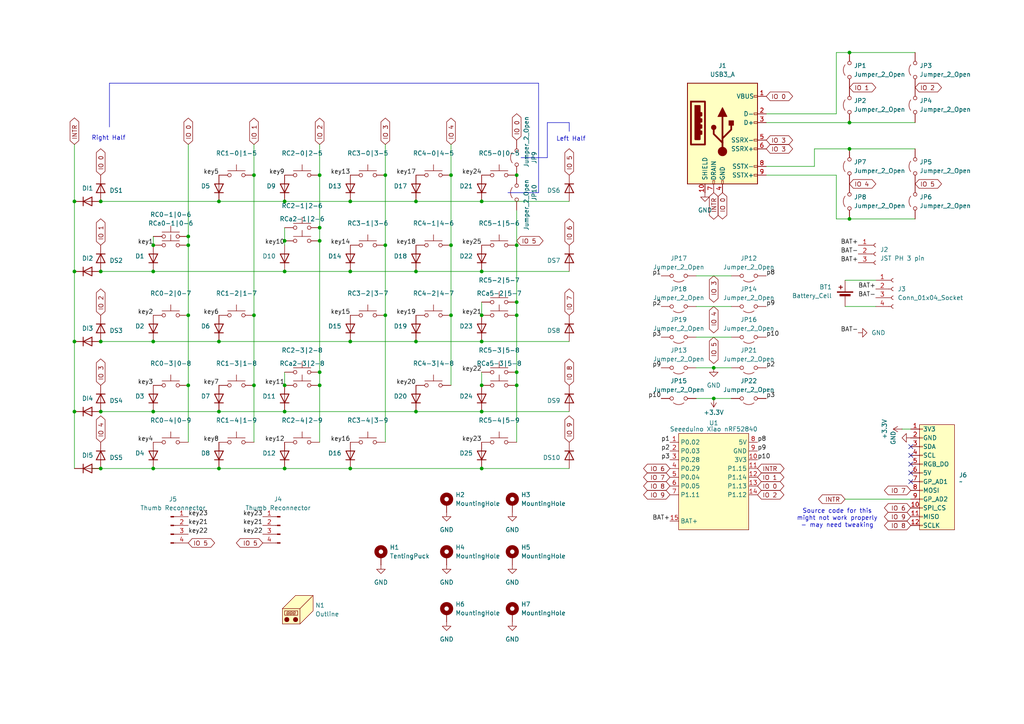
<source format=kicad_sch>
(kicad_sch (version 20250114) (generator "eeschema") (generator_version "9.0")
  (paper "A4")
  (text "Source code for this\nmight not work properly\n- may need tweaking" (at 242.824 150.368 0) (effects (font (size 1.27 1.27))))
  (text "Right Half" (at 31.496 40.132 0) (effects (font (size 1.27 1.27))))
  (text "Left Half" (at 165.608 40.386 0) (effects (font (size 1.27 1.27))))
  (junction (at 246.38 35.56))
  (junction (at 111.76 50.8))
  (junction (at 29.21 119.38))
  (junction (at 130.81 50.8))
  (junction (at 92.71 69.85))
  (junction (at 21.59 119.38))
  (junction (at 149.86 111.76))
  (junction (at 21.59 99.06))
  (junction (at 44.45 71.12))
  (junction (at 120.65 58.42))
  (junction (at 149.86 87.63))
  (junction (at 63.5 119.38))
  (junction (at 139.7 58.42))
  (junction (at 82.55 78.74))
  (junction (at 63.5 99.06))
  (junction (at 101.6 135.89))
  (junction (at 139.7 111.76))
  (junction (at 111.76 71.12))
  (junction (at 149.86 91.44))
  (junction (at 101.6 58.42))
  (junction (at 139.7 119.38))
  (junction (at 139.7 91.44))
  (junction (at 82.55 111.76))
  (junction (at 149.86 50.8))
  (junction (at 44.45 119.38))
  (junction (at 149.86 107.95))
  (junction (at 246.38 15.24))
  (junction (at 21.59 78.74))
  (junction (at 73.66 111.76))
  (junction (at 54.61 111.76))
  (junction (at 130.81 91.44))
  (junction (at 139.7 135.89))
  (junction (at 82.55 135.89))
  (junction (at 207.01 106.68))
  (junction (at 29.21 78.74))
  (junction (at 92.71 111.76))
  (junction (at 29.21 99.06))
  (junction (at 82.55 69.85))
  (junction (at 207.01 115.57))
  (junction (at 149.86 71.12))
  (junction (at 120.65 119.38))
  (junction (at 29.21 135.89))
  (junction (at 111.76 91.44))
  (junction (at 73.66 91.44))
  (junction (at 44.45 99.06))
  (junction (at 92.71 107.95))
  (junction (at 92.71 50.8))
  (junction (at 82.55 119.38))
  (junction (at 63.5 58.42))
  (junction (at 82.55 58.42))
  (junction (at 21.59 58.42))
  (junction (at 54.61 68.58))
  (junction (at 101.6 99.06))
  (junction (at 44.45 135.89))
  (junction (at 44.45 78.74))
  (junction (at 139.7 99.06))
  (junction (at 54.61 91.44))
  (junction (at 246.38 43.18))
  (junction (at 29.21 58.42))
  (junction (at 120.65 78.74))
  (junction (at 92.71 66.04))
  (junction (at 120.65 99.06))
  (junction (at 73.66 50.8))
  (junction (at 139.7 78.74))
  (junction (at 246.38 63.5))
  (junction (at 54.61 71.12))
  (junction (at 130.81 71.12))
  (junction (at 101.6 78.74))
  (junction (at 63.5 135.89))
  (no_connect (at 264.16 139.7))
  (no_connect (at 264.16 137.16))
  (no_connect (at 264.16 129.54))
  (no_connect (at 264.16 132.08))
  (no_connect (at 264.16 134.62))
  (wire (pts (xy 21.59 58.42) (xy 21.59 78.74)))
  (wire (pts (xy 149.86 91.44) (xy 149.86 107.95)))
  (wire (pts (xy 21.59 99.06) (xy 21.59 119.38)))
  (wire (pts (xy 54.61 41.91) (xy 54.61 68.58)))
  (wire (pts (xy 201.93 97.79) (xy 212.09 97.79)))
  (polyline (pts (xy 156.21 55.88) (xy 156.21 24.13)))
  (wire (pts (xy 111.76 71.12) (xy 111.76 91.44)))
  (polyline (pts (xy 31.75 24.13) (xy 31.75 36.83)))
  (wire (pts (xy 201.93 106.68) (xy 207.01 106.68)))
  (wire (pts (xy 130.81 91.44) (xy 130.81 111.76)))
  (wire (pts (xy 44.45 135.89) (xy 63.5 135.89)))
  (wire (pts (xy 139.7 87.63) (xy 139.7 91.44)))
  (wire (pts (xy 245.11 81.28) (xy 254 81.28)))
  (wire (pts (xy 246.38 63.5) (xy 265.43 63.5)))
  (wire (pts (xy 201.93 115.57) (xy 207.01 115.57)))
  (polyline (pts (xy 151.13 45.72) (xy 158.75 45.72)))
  (wire (pts (xy 242.57 15.24) (xy 246.38 15.24)))
  (wire (pts (xy 82.55 78.74) (xy 101.6 78.74)))
  (wire (pts (xy 63.5 99.06) (xy 101.6 99.06)))
  (wire (pts (xy 54.61 91.44) (xy 54.61 111.76)))
  (wire (pts (xy 120.65 99.06) (xy 139.7 99.06)))
  (wire (pts (xy 242.57 50.8) (xy 242.57 63.5)))
  (wire (pts (xy 92.71 111.76) (xy 92.71 128.27)))
  (wire (pts (xy 149.86 87.63) (xy 149.86 91.44)))
  (wire (pts (xy 54.61 68.58) (xy 54.61 71.12)))
  (wire (pts (xy 242.57 50.8) (xy 222.25 50.8)))
  (wire (pts (xy 139.7 99.06) (xy 165.1 99.06)))
  (polyline (pts (xy 158.75 45.72) (xy 158.75 35.56)))
  (wire (pts (xy 92.71 69.85) (xy 92.71 107.95)))
  (wire (pts (xy 245.11 144.78) (xy 264.16 144.78)))
  (wire (pts (xy 111.76 41.91) (xy 111.76 50.8)))
  (wire (pts (xy 101.6 58.42) (xy 120.65 58.42)))
  (wire (pts (xy 222.25 48.26) (xy 236.22 48.26)))
  (wire (pts (xy 92.71 41.91) (xy 92.71 50.8)))
  (wire (pts (xy 246.38 43.18) (xy 265.43 43.18)))
  (wire (pts (xy 29.21 58.42) (xy 63.5 58.42)))
  (wire (pts (xy 201.93 88.9) (xy 212.09 88.9)))
  (wire (pts (xy 111.76 50.8) (xy 111.76 71.12)))
  (wire (pts (xy 101.6 135.89) (xy 139.7 135.89)))
  (wire (pts (xy 261.62 124.46) (xy 264.16 124.46)))
  (wire (pts (xy 21.59 41.91) (xy 21.59 58.42)))
  (wire (pts (xy 82.55 66.04) (xy 82.55 69.85)))
  (wire (pts (xy 101.6 78.74) (xy 120.65 78.74)))
  (wire (pts (xy 54.61 111.76) (xy 54.61 128.27)))
  (wire (pts (xy 44.45 119.38) (xy 63.5 119.38)))
  (wire (pts (xy 246.38 15.24) (xy 265.43 15.24)))
  (wire (pts (xy 222.25 35.56) (xy 246.38 35.56)))
  (polyline (pts (xy 156.21 24.13) (xy 31.75 24.13)))
  (wire (pts (xy 120.65 78.74) (xy 139.7 78.74)))
  (wire (pts (xy 130.81 50.8) (xy 130.81 71.12)))
  (wire (pts (xy 149.86 71.12) (xy 149.86 87.63)))
  (wire (pts (xy 73.66 50.8) (xy 73.66 91.44)))
  (wire (pts (xy 73.66 41.91) (xy 73.66 50.8)))
  (wire (pts (xy 29.21 135.89) (xy 44.45 135.89)))
  (wire (pts (xy 111.76 91.44) (xy 111.76 128.27)))
  (wire (pts (xy 245.11 88.9) (xy 254 88.9)))
  (wire (pts (xy 44.45 78.74) (xy 82.55 78.74)))
  (wire (pts (xy 29.21 119.38) (xy 44.45 119.38)))
  (wire (pts (xy 236.22 43.18) (xy 246.38 43.18)))
  (wire (pts (xy 130.81 41.91) (xy 130.81 50.8)))
  (wire (pts (xy 139.7 135.89) (xy 165.1 135.89)))
  (wire (pts (xy 207.01 106.68) (xy 212.09 106.68)))
  (wire (pts (xy 82.55 107.95) (xy 82.55 111.76)))
  (wire (pts (xy 73.66 111.76) (xy 73.66 128.27)))
  (wire (pts (xy 165.1 119.38) (xy 139.7 119.38)))
  (wire (pts (xy 63.5 58.42) (xy 82.55 58.42)))
  (wire (pts (xy 242.57 33.02) (xy 242.57 15.24)))
  (wire (pts (xy 82.55 58.42) (xy 101.6 58.42)))
  (wire (pts (xy 92.71 107.95) (xy 92.71 111.76)))
  (wire (pts (xy 130.81 71.12) (xy 130.81 91.44)))
  (wire (pts (xy 29.21 99.06) (xy 44.45 99.06)))
  (wire (pts (xy 82.55 119.38) (xy 120.65 119.38)))
  (wire (pts (xy 242.57 63.5) (xy 246.38 63.5)))
  (wire (pts (xy 149.86 60.96) (xy 149.86 71.12)))
  (wire (pts (xy 63.5 119.38) (xy 82.55 119.38)))
  (wire (pts (xy 29.21 135.89) (xy 26.67 135.89)))
  (wire (pts (xy 149.86 107.95) (xy 149.86 111.76)))
  (wire (pts (xy 101.6 99.06) (xy 120.65 99.06)))
  (wire (pts (xy 242.57 33.02) (xy 222.25 33.02)))
  (polyline (pts (xy 147.32 55.88) (xy 156.21 55.88)))
  (wire (pts (xy 139.7 78.74) (xy 165.1 78.74)))
  (wire (pts (xy 120.65 119.38) (xy 139.7 119.38)))
  (wire (pts (xy 29.21 78.74) (xy 44.45 78.74)))
  (wire (pts (xy 44.45 68.58) (xy 44.45 71.12)))
  (wire (pts (xy 139.7 58.42) (xy 165.1 58.42)))
  (wire (pts (xy 82.55 135.89) (xy 101.6 135.89)))
  (wire (pts (xy 139.7 107.95) (xy 139.7 111.76)))
  (wire (pts (xy 201.93 80.01) (xy 212.09 80.01)))
  (wire (pts (xy 92.71 66.04) (xy 92.71 69.85)))
  (polyline (pts (xy 165.1 35.56) (xy 165.1 38.1)))
  (wire (pts (xy 44.45 99.06) (xy 63.5 99.06)))
  (wire (pts (xy 82.55 69.85) (xy 82.55 71.12)))
  (wire (pts (xy 92.71 50.8) (xy 92.71 66.04)))
  (wire (pts (xy 21.59 119.38) (xy 21.59 135.89)))
  (wire (pts (xy 73.66 91.44) (xy 73.66 111.76)))
  (wire (pts (xy 207.01 115.57) (xy 212.09 115.57)))
  (wire (pts (xy 246.38 35.56) (xy 265.43 35.56)))
  (wire (pts (xy 54.61 71.12) (xy 54.61 91.44)))
  (wire (pts (xy 236.22 48.26) (xy 236.22 43.18)))
  (polyline (pts (xy 158.75 35.56) (xy 165.1 35.56)))
  (wire (pts (xy 120.65 58.42) (xy 139.7 58.42)))
  (wire (pts (xy 63.5 135.89) (xy 82.55 135.89)))
  (wire (pts (xy 21.59 78.74) (xy 21.59 99.06)))
  (wire (pts (xy 149.86 111.76) (xy 149.86 128.27)))
  (label "key22" (at 139.7 107.95 180))
  (label "key23" (at 139.7 128.27 180))
  (label "p9" (at 222.25 88.9 0))
  (label "BAT+" (at 254 83.82 180))
  (label "p2" (at 194.31 130.81 180))
  (label "key21" (at 139.7 91.44 180))
  (label "key8" (at 63.5 128.27 180))
  (label "key20" (at 120.65 111.76 180))
  (label "p3" (at 191.77 97.79 180))
  (label "key19" (at 120.65 91.44 180))
  (label "p9" (at 191.77 106.68 180))
  (label "key23" (at 54.61 149.86 0))
  (label "BAT+" (at 248.92 76.2 180))
  (label "key14" (at 101.6 71.12 180))
  (label "key21" (at 76.2 152.4 180))
  (label "key5" (at 63.5 50.8 180))
  (label "key22" (at 76.2 154.94 180))
  (label "key17" (at 120.65 50.8 180))
  (label "key13" (at 101.6 50.8 180))
  (label "BAT-" (at 248.92 96.52 180))
  (label "key10" (at 82.55 71.12 180))
  (label "key24" (at 139.7 50.8 180))
  (label "p3" (at 194.31 133.35 180))
  (label "p8" (at 222.25 80.01 0))
  (label "key2" (at 44.45 91.44 180))
  (label "key18" (at 120.65 71.12 180))
  (label "p2" (at 191.77 88.9 180))
  (label "key9" (at 82.55 50.8 180))
  (label "p10" (at 191.77 115.57 180))
  (label "p1" (at 191.77 80.01 180))
  (label "key6" (at 63.5 91.44 180))
  (label "key7" (at 63.5 111.76 180))
  (label "key25" (at 139.7 71.12 180))
  (label "p9" (at 219.71 130.81 0))
  (label "p2" (at 222.25 106.68 0))
  (label "key16" (at 101.6 128.27 180))
  (label "key15" (at 101.6 91.44 180))
  (label "key12" (at 82.55 128.27 180))
  (label "key1" (at 44.45 71.12 180))
  (label "key11" (at 82.55 111.76 180))
  (label "p10" (at 219.71 133.35 0))
  (label "BAT-" (at 254 86.36 180))
  (label "key22" (at 54.61 154.94 0))
  (label "p3" (at 222.25 115.57 0))
  (label "key3" (at 44.45 111.76 180))
  (label "p10" (at 222.25 97.79 0))
  (label "p8" (at 219.71 128.27 0))
  (label "BAT+" (at 248.92 71.12 180))
  (label "key21" (at 54.61 152.4 0))
  (label "key23" (at 76.2 149.86 180))
  (label "BAT-" (at 248.92 73.66 180))
  (label "BAT+" (at 194.31 151.13 180))
  (label "p1" (at 194.31 128.27 180))
  (label "key4" (at 44.45 128.27 180))
  (global_label "IO 2" (shape bidirectional) (at 265.43 25.4 0) (property "Intersheetrefs" "${INTERSHEET_REFS}" (effects (hide yes))))
  (global_label "IO 0" (shape bidirectional) (at 29.21 50.8 90) (property "Intersheetrefs" "${INTERSHEET_REFS}" (effects (hide yes))))
  (global_label "IO 6" (shape bidirectional) (at 194.31 135.89 180) (property "Intersheetrefs" "${INTERSHEET_REFS}" (effects (hide yes))))
  (global_label "IO 3" (shape bidirectional) (at 207.01 80.01 270) (property "Intersheetrefs" "${INTERSHEET_REFS}" (effects (hide yes))))
  (global_label "IO 4" (shape bidirectional) (at 130.81 41.91 90) (property "Intersheetrefs" "${INTERSHEET_REFS}" (effects (hide yes))))
  (global_label "IO 5" (shape bidirectional) (at 207.01 97.79 270) (property "Intersheetrefs" "${INTERSHEET_REFS}" (effects (hide yes))))
  (global_label "IO 8" (shape bidirectional) (at 165.1 111.76 90) (property "Intersheetrefs" "${INTERSHEET_REFS}" (effects (hide yes))))
  (global_label "IO 0" (shape bidirectional) (at 54.61 41.91 90) (property "Intersheetrefs" "${INTERSHEET_REFS}" (effects (hide yes))))
  (global_label "IO 2" (shape bidirectional) (at 92.71 41.91 90) (property "Intersheetrefs" "${INTERSHEET_REFS}" (effects (hide yes))))
  (global_label "IO 9" (shape bidirectional) (at 194.31 143.51 180) (property "Intersheetrefs" "${INTERSHEET_REFS}" (effects (hide yes))))
  (global_label "IO 1" (shape bidirectional) (at 246.38 25.4 0) (property "Intersheetrefs" "${INTERSHEET_REFS}" (effects (hide yes))))
  (global_label "INTR" (shape bidirectional) (at 207.01 55.88 270) (property "Intersheetrefs" "${INTERSHEET_REFS}" (effects (hide yes))))
  (global_label "IO 8" (shape bidirectional) (at 264.16 152.4 180) (property "Intersheetrefs" "${INTERSHEET_REFS}" (effects (hide yes))))
  (global_label "IO 9" (shape bidirectional) (at 165.1 128.27 90) (property "Intersheetrefs" "${INTERSHEET_REFS}" (effects (hide yes))))
  (global_label "IO 4" (shape bidirectional) (at 246.38 53.34 0) (property "Intersheetrefs" "${INTERSHEET_REFS}" (effects (hide yes))))
  (global_label "IO 2" (shape bidirectional) (at 29.21 91.44 90) (property "Intersheetrefs" "${INTERSHEET_REFS}" (effects (hide yes))))
  (global_label "IO 4" (shape bidirectional) (at 207.01 88.9 270) (property "Intersheetrefs" "${INTERSHEET_REFS}" (effects (hide yes))))
  (global_label "IO 1" (shape bidirectional) (at 219.71 138.43 0) (property "Intersheetrefs" "${INTERSHEET_REFS}" (effects (hide yes))))
  (global_label "IO 1" (shape bidirectional) (at 73.66 41.91 90) (property "Intersheetrefs" "${INTERSHEET_REFS}" (effects (hide yes))))
  (global_label "IO 1" (shape bidirectional) (at 29.21 71.12 90) (property "Intersheetrefs" "${INTERSHEET_REFS}" (effects (hide yes))))
  (global_label "IO 5" (shape bidirectional) (at 76.2 157.48 180) (property "Intersheetrefs" "${INTERSHEET_REFS}" (effects (hide yes))))
  (global_label "IO 0" (shape bidirectional) (at 219.71 140.97 0) (property "Intersheetrefs" "${INTERSHEET_REFS}" (effects (hide yes))))
  (global_label "IO 6" (shape bidirectional) (at 264.16 147.32 180) (property "Intersheetrefs" "${INTERSHEET_REFS}" (effects (hide yes))))
  (global_label "IO 7" (shape bidirectional) (at 165.1 91.44 90) (property "Intersheetrefs" "${INTERSHEET_REFS}" (effects (hide yes))))
  (global_label "IO 4" (shape bidirectional) (at 29.21 128.27 90) (property "Intersheetrefs" "${INTERSHEET_REFS}" (effects (hide yes))))
  (global_label "IO 5" (shape bidirectional) (at 265.43 53.34 0) (property "Intersheetrefs" "${INTERSHEET_REFS}" (effects (hide yes))))
  (global_label "INTR" (shape bidirectional) (at 245.11 144.78 180) (property "Intersheetrefs" "${INTERSHEET_REFS}" (effects (hide yes))))
  (global_label "INTR" (shape bidirectional) (at 21.59 41.91 90) (property "Intersheetrefs" "${INTERSHEET_REFS}" (effects (hide yes))))
  (global_label "IO 9" (shape bidirectional) (at 264.16 149.86 180) (property "Intersheetrefs" "${INTERSHEET_REFS}" (effects (hide yes))))
  (global_label "IO 3" (shape bidirectional) (at 29.21 111.76 90) (property "Intersheetrefs" "${INTERSHEET_REFS}" (effects (hide yes))))
  (global_label "IO 3" (shape bidirectional) (at 111.76 41.91 90) (property "Intersheetrefs" "${INTERSHEET_REFS}" (effects (hide yes))))
  (global_label "IO 0" (shape bidirectional) (at 149.86 40.64 90) (property "Intersheetrefs" "${INTERSHEET_REFS}" (effects (hide yes))))
  (global_label "IO 0" (shape bidirectional) (at 209.55 55.88 270) (property "Intersheetrefs" "${INTERSHEET_REFS}" (effects (hide yes))))
  (global_label "IO 0" (shape bidirectional) (at 222.25 27.94 0) (property "Intersheetrefs" "${INTERSHEET_REFS}" (effects (hide yes))))
  (global_label "IO 5" (shape bidirectional) (at 149.86 69.85 0) (property "Intersheetrefs" "${INTERSHEET_REFS}" (effects (hide yes))))
  (global_label "IO 3" (shape bidirectional) (at 222.25 40.64 0) (property "Intersheetrefs" "${INTERSHEET_REFS}" (effects (hide yes))))
  (global_label "IO 8" (shape bidirectional) (at 194.31 140.97 180) (property "Intersheetrefs" "${INTERSHEET_REFS}" (effects (hide yes))))
  (global_label "INTR" (shape bidirectional) (at 219.71 135.89 0) (property "Intersheetrefs" "${INTERSHEET_REFS}" (effects (hide yes))))
  (global_label "IO 7" (shape bidirectional) (at 194.31 138.43 180) (property "Intersheetrefs" "${INTERSHEET_REFS}" (effects (hide yes))))
  (global_label "IO 5" (shape bidirectional) (at 165.1 50.8 90) (property "Intersheetrefs" "${INTERSHEET_REFS}" (effects (hide yes))))
  (global_label "IO 6" (shape bidirectional) (at 165.1 71.12 90) (property "Intersheetrefs" "${INTERSHEET_REFS}" (effects (hide yes))))
  (global_label "IO 5" (shape bidirectional) (at 54.61 157.48 0) (property "Intersheetrefs" "${INTERSHEET_REFS}" (effects (hide yes))))
  (global_label "IO 2" (shape bidirectional) (at 219.71 143.51 0) (property "Intersheetrefs" "${INTERSHEET_REFS}" (effects (hide yes))))
  (global_label "IO 7" (shape bidirectional) (at 264.16 142.24 180) (property "Intersheetrefs" "${INTERSHEET_REFS}" (effects (hide yes))))
  (global_label "IO 3" (shape bidirectional) (at 222.25 43.18 0) (property "Intersheetrefs" "${INTERSHEET_REFS}" (effects (hide yes))))
  (symbol (lib_id "Diode:1N4148") (at 120.65 74.93 270) (mirror x) (unit 1)
    (property "Reference" "D18" (at 118.11 74.295 90) (effects (justify right)))
    (property "Value" "1N4148" (effects (hide yes)))
    (property "Footprint" "apiaster:D-SOD123-DO35-7mm-horizontal-combo_rev" (effects (hide yes)))
    (property "Datasheet" "https://assets.nexperia.com/documents/data-sheet/1N4148_1N4448.pdf" (effects (hide yes)))
    (property "Sim.Device" "D" (effects (hide yes)))
    (property "Sim.Pins" "1=K 2=A" (effects (hide yes)))
  )
  (symbol (lib_id "Jumper:Jumper_2_Open") (at 265.43 20.32 90) (unit 1) (exclude_from_sim yes)
    (property "Reference" "JP3" (at 266.7 19.0499 90) (effects (justify right)))
    (property "Value" "Jumper_2_Open" (at 266.7 21.5899 90) (effects (justify right)))
    (property "Footprint" "Jumper:SolderJumper-2_P1.3mm_Open_RoundedPad1.0x1.5mm" (effects (hide yes)))
    (property "Description" "Jumper, 2-pole, open" (effects (hide yes)))
  )
  (symbol (lib_id "Jumper:Jumper_2_Open") (at 149.86 45.72 90) (mirror x) (unit 1) (exclude_from_sim yes)
    (property "Reference" "JP9" (at 154.94 45.72 0))
    (property "Value" "Jumper_2_Open" (at 152.654 41.148 0))
    (property "Footprint" "Jumper:SolderJumper-2_P1.3mm_Open_RoundedPad1.0x1.5mm" (effects (hide yes)))
    (property "Description" "Jumper, 2-pole, open" (effects (hide yes)))
  )
  (symbol (lib_id "Jumper:Jumper_2_Open") (at 217.17 115.57 0) (mirror x) (unit 1) (exclude_from_sim yes)
    (property "Reference" "JP22" (at 217.17 110.49 0))
    (property "Value" "Jumper_2_Open" (at 217.17 113.03 0))
    (property "Footprint" "Jumper:SolderJumper-2_P1.3mm_Open_RoundedPad1.0x1.5mm" (effects (hide yes)))
    (property "Description" "Jumper, 2-pole, open" (effects (hide yes)))
  )
  (symbol (lib_id "apiaster:Seeeduino_Xiao_nRF52840_Minimal") (at 207.01 142.24 0) (unit 1) (in_bom no)
    (property "Reference" "U1" (at 207.01 122.682 0))
    (property "Value" "Seeeduino Xiao nRF52840" (at 207.01 124.46 0))
    (property "Footprint" "apiaster:xiao+zero_combo" (effects (hide yes)))
    (property "Description" "Symbol for a Seeeduino Xiao nRF52840" (effects (hide yes)))
  )
  (symbol (lib_id "Jumper:Jumper_2_Open") (at 246.38 30.48 90) (unit 1) (exclude_from_sim yes)
    (property "Reference" "JP2" (at 247.65 29.2099 90) (effects (justify right)))
    (property "Value" "Jumper_2_Open" (at 247.65 31.7499 90) (effects (justify right)))
    (property "Footprint" "Jumper:SolderJumper-2_P1.3mm_Open_RoundedPad1.0x1.5mm" (effects (hide yes)))
    (property "Description" "Jumper, 2-pole, open" (effects (hide yes)))
  )
  (symbol (lib_id "Diode:1N4148") (at 44.45 115.57 270) (mirror x) (unit 1)
    (property "Reference" "D3" (at 41.91 114.935 90) (effects (justify right)))
    (property "Value" "1N4148" (effects (hide yes)))
    (property "Footprint" "apiaster:D-SOD123-DO35-7mm-horizontal-combo_rev" (effects (hide yes)))
    (property "Datasheet" "https://assets.nexperia.com/documents/data-sheet/1N4148_1N4448.pdf" (effects (hide yes)))
    (property "Sim.Device" "D" (effects (hide yes)))
    (property "Sim.Pins" "1=K 2=A" (effects (hide yes)))
  )
  (symbol (lib_id "power:GND") (at 129.54 163.83 0) (unit 1)
    (property "Reference" "#PWR09" (effects (hide yes)))
    (property "Value" "GND" (at 129.54 168.91 0))
    (property "Description" "Power symbol creates a global label with name \"GND\" , ground" (effects (hide yes)))
  )
  (symbol (lib_id "Diode:1N4148") (at 165.1 95.25 270) (unit 1)
    (property "Reference" "DS8" (at 162.56 95.885 90) (effects (justify right)))
    (property "Value" "1N4148" (effects (hide yes)))
    (property "Footprint" "apiaster:D-SOD123-DO35-7mm-horizontal-combo" (effects (hide yes)))
    (property "Datasheet" "https://assets.nexperia.com/documents/data-sheet/1N4148_1N4448.pdf" (effects (hide yes)))
    (property "Sim.Device" "D" (effects (hide yes)))
    (property "Sim.Pins" "1=K 2=A" (effects (hide yes)))
  )
  (symbol (lib_id "Jumper:Jumper_2_Open") (at 196.85 106.68 0) (mirror x) (unit 1) (exclude_from_sim yes)
    (property "Reference" "JP13" (at 196.85 101.6 0))
    (property "Value" "Jumper_2_Open" (at 196.85 104.14 0))
    (property "Footprint" "Jumper:SolderJumper-2_P1.3mm_Open_RoundedPad1.0x1.5mm" (effects (hide yes)))
    (property "Description" "Jumper, 2-pole, open" (effects (hide yes)))
  )
  (symbol (lib_id "Diode:1N4148") (at 120.65 95.25 270) (mirror x) (unit 1)
    (property "Reference" "D19" (at 118.11 94.615 90) (effects (justify right)))
    (property "Value" "1N4148" (effects (hide yes)))
    (property "Footprint" "apiaster:D-SOD123-DO35-7mm-horizontal-combo_rev" (effects (hide yes)))
    (property "Datasheet" "https://assets.nexperia.com/documents/data-sheet/1N4148_1N4448.pdf" (effects (hide yes)))
    (property "Sim.Device" "D" (effects (hide yes)))
    (property "Sim.Pins" "1=K 2=A" (effects (hide yes)))
  )
  (symbol (lib_id "Diode:1N4148") (at 82.55 132.08 270) (mirror x) (unit 1)
    (property "Reference" "D12" (at 80.01 131.445 90) (effects (justify right)))
    (property "Value" "1N4148" (effects (hide yes)))
    (property "Footprint" "apiaster:D-SOD123-DO35-7mm-horizontal-combo_rev" (effects (hide yes)))
    (property "Datasheet" "https://assets.nexperia.com/documents/data-sheet/1N4148_1N4448.pdf" (effects (hide yes)))
    (property "Sim.Device" "D" (effects (hide yes)))
    (property "Sim.Pins" "1=K 2=A" (effects (hide yes)))
  )
  (symbol (lib_id "Switch:SW_Push") (at 144.78 128.27 0) (mirror y) (unit 1)
    (property "Reference" "RC5-4|5-9" (at 144.78 121.92 0))
    (property "Value" "SW_Push" (effects (hide yes)))
    (property "Footprint" "apiaster:Chocv12_reversible_hotswap" (effects (hide yes)))
  )
  (symbol (lib_id "Diode:1N4148") (at 101.6 95.25 270) (mirror x) (unit 1)
    (property "Reference" "D15" (at 99.06 94.615 90) (effects (justify right)))
    (property "Value" "1N4148" (effects (hide yes)))
    (property "Footprint" "apiaster:D-SOD123-DO35-7mm-horizontal-combo_rev" (effects (hide yes)))
    (property "Datasheet" "https://assets.nexperia.com/documents/data-sheet/1N4148_1N4448.pdf" (effects (hide yes)))
    (property "Sim.Device" "D" (effects (hide yes)))
    (property "Sim.Pins" "1=K 2=A" (effects (hide yes)))
  )
  (symbol (lib_id "Switch:SW_Push") (at 87.63 66.04 0) (mirror y) (unit 1)
    (property "Reference" "RC2-1|2-6" (at 87.63 59.69 0))
    (property "Value" "SW_Push" (effects (hide yes)))
    (property "Footprint" "apiaster:Chocv12_reversible_hotswap_no_middle" (effects (hide yes)))
  )
  (symbol (lib_id "Switch:SW_Push") (at 144.78 87.63 0) (mirror y) (unit 1)
    (property "Reference" "RC5-2|5-7" (at 144.78 81.28 0))
    (property "Value" "SW_Push" (effects (hide yes)))
    (property "Footprint" "apiaster:Chocv12_reversible_hotswap" (effects (hide yes)))
  )
  (symbol (lib_id "Mechanical:MountingHole_Pad") (at 110.49 161.29 0) (unit 1) (exclude_from_sim yes) (in_bom no)
    (property "Reference" "H1" (at 113.03 158.7499 0) (effects (justify left)))
    (property "Value" "TentingPuck" (at 113.03 161.2899 0) (effects (justify left)))
    (property "Footprint" "apiaster:TentingPuck" (effects (hide yes)))
    (property "Description" "Mounting Hole with connection" (effects (hide yes)))
  )
  (symbol (lib_id "Diode:1N4148") (at 25.4 135.89 0) (unit 1)
    (property "Reference" "DI5" (at 25.4 132.08 0))
    (property "Value" "1N4148" (effects (hide yes)))
    (property "Footprint" "apiaster:D-SOD123-DO35-7mm-horizontal-combo_rev" (effects (hide yes)))
    (property "Datasheet" "https://assets.nexperia.com/documents/data-sheet/1N4148_1N4448.pdf" (effects (hide yes)))
    (property "Sim.Device" "D" (effects (hide yes)))
    (property "Sim.Pins" "1=K 2=A" (effects (hide yes)))
  )
  (symbol (lib_id "Diode:1N4148") (at 44.45 74.93 270) (mirror x) (unit 1)
    (property "Reference" "D1" (at 41.91 74.295 90) (effects (justify right)))
    (property "Value" "1N4148" (effects (hide yes)))
    (property "Footprint" "apiaster:D-SOD123-DO35-7mm-horizontal-combo_rev" (effects (hide yes)))
    (property "Datasheet" "https://assets.nexperia.com/documents/data-sheet/1N4148_1N4448.pdf" (effects (hide yes)))
    (property "Sim.Device" "D" (effects (hide yes)))
    (property "Sim.Pins" "1=K 2=A" (effects (hide yes)))
  )
  (symbol (lib_id "Diode:1N4148") (at 63.5 54.61 270) (mirror x) (unit 1)
    (property "Reference" "D5" (at 60.96 53.975 90) (effects (justify right)))
    (property "Value" "1N4148" (effects (hide yes)))
    (property "Footprint" "apiaster:D-SOD123-DO35-7mm-horizontal-combo_rev" (effects (hide yes)))
    (property "Datasheet" "https://assets.nexperia.com/documents/data-sheet/1N4148_1N4448.pdf" (effects (hide yes)))
    (property "Sim.Device" "D" (effects (hide yes)))
    (property "Sim.Pins" "1=K 2=A" (effects (hide yes)))
  )
  (symbol (lib_id "Jumper:Jumper_2_Open") (at 217.17 97.79 0) (mirror x) (unit 1) (exclude_from_sim yes)
    (property "Reference" "JP16" (at 217.17 92.71 0))
    (property "Value" "Jumper_2_Open" (at 217.17 95.25 0))
    (property "Footprint" "Jumper:SolderJumper-2_P1.3mm_Open_RoundedPad1.0x1.5mm" (effects (hide yes)))
    (property "Description" "Jumper, 2-pole, open" (effects (hide yes)))
  )
  (symbol (lib_id "Switch:SW_Push") (at 87.63 107.95 0) (mirror y) (unit 1)
    (property "Reference" "RC2-3|2-8" (at 87.63 101.6 0))
    (property "Value" "SW_Push" (effects (hide yes)))
    (property "Footprint" "apiaster:Chocv12_reversible_hotswap_no_middle" (effects (hide yes)))
  )
  (symbol (lib_id "Diode:1N4148") (at 165.1 132.08 270) (unit 1)
    (property "Reference" "DS10" (at 162.56 132.715 90) (effects (justify right)))
    (property "Value" "1N4148" (effects (hide yes)))
    (property "Footprint" "apiaster:D-SOD123-DO35-7mm-horizontal-combo" (effects (hide yes)))
    (property "Datasheet" "https://assets.nexperia.com/documents/data-sheet/1N4148_1N4448.pdf" (effects (hide yes)))
    (property "Sim.Device" "D" (effects (hide yes)))
    (property "Sim.Pins" "1=K 2=A" (effects (hide yes)))
  )
  (symbol (lib_id "Mechanical:MountingHole_Pad") (at 148.59 161.29 0) (unit 1) (exclude_from_sim yes)
    (property "Reference" "H5" (at 151.13 158.7499 0) (effects (justify left)))
    (property "Value" "MountingHole" (at 151.13 161.2899 0) (effects (justify left)))
    (property "Footprint" "MountingHole:MountingHole_2.2mm_M2_DIN965_Pad" (effects (hide yes)))
    (property "Description" "Mounting Hole with connection" (effects (hide yes)))
  )
  (symbol (lib_id "Switch:SW_Push") (at 144.78 50.8 0) (mirror y) (unit 1)
    (property "Reference" "RC5-0|0-5" (at 144.78 44.45 0))
    (property "Value" "SW_Push" (effects (hide yes)))
    (property "Footprint" "apiaster:Chocv12_reversible_hotswap" (effects (hide yes)))
  )
  (symbol (lib_id "Diode:1N4148") (at 29.21 54.61 90) (mirror x) (unit 1)
    (property "Reference" "DS1" (at 31.75 55.245 90) (effects (justify right)))
    (property "Value" "1N4148" (effects (hide yes)))
    (property "Footprint" "apiaster:D-SOD123-DO35-7mm-horizontal-combo" (effects (hide yes)))
    (property "Datasheet" "https://assets.nexperia.com/documents/data-sheet/1N4148_1N4448.pdf" (effects (hide yes)))
    (property "Sim.Device" "D" (effects (hide yes)))
    (property "Sim.Pins" "1=K 2=A" (effects (hide yes)))
  )
  (symbol (lib_id "power:GND") (at 207.01 106.68 0) (unit 1)
    (property "Reference" "#PWR01" (effects (hide yes)))
    (property "Value" "GND" (at 207.01 111.76 0))
    (property "Description" "Power symbol creates a global label with name \"GND\" , ground" (effects (hide yes)))
  )
  (symbol (lib_id "Switch:SW_Push") (at 125.73 91.44 0) (mirror y) (unit 1)
    (property "Reference" "RC4-2|4-7" (at 125.73 85.09 0))
    (property "Value" "SW_Push" (effects (hide yes)))
    (property "Footprint" "apiaster:Chocv12_reversible_hotswap" (effects (hide yes)))
  )
  (symbol (lib_id "Switch:SW_Push") (at 68.58 50.8 0) (mirror y) (unit 1)
    (property "Reference" "RC1-0|1-5" (at 68.58 44.45 0))
    (property "Value" "SW_Push" (effects (hide yes)))
    (property "Footprint" "apiaster:Chocv12_reversible_hotswap" (effects (hide yes)))
  )
  (symbol (lib_id "Connector:Conn_01x04_Socket") (at 259.08 83.82 0) (unit 1)
    (property "Reference" "J3" (at 260.35 83.8199 0) (effects (justify left)))
    (property "Value" "Conn_01x04_Socket" (at 260.35 86.3599 0) (effects (justify left)))
    (property "Footprint" "apiaster:BMS 1S" (effects (hide yes)))
    (property "Description" "Generic connector, single row, 01x04, script generated" (effects (hide yes)))
  )
  (symbol (lib_id "Jumper:Jumper_2_Open") (at 246.38 20.32 90) (unit 1) (exclude_from_sim yes)
    (property "Reference" "JP1" (at 247.65 19.0499 90) (effects (justify right)))
    (property "Value" "Jumper_2_Open" (at 247.65 21.5899 90) (effects (justify right)))
    (property "Footprint" "Jumper:SolderJumper-2_P1.3mm_Open_RoundedPad1.0x1.5mm" (effects (hide yes)))
    (property "Description" "Jumper, 2-pole, open" (effects (hide yes)))
  )
  (symbol (lib_id "Switch:SW_Push") (at 49.53 91.44 0) (mirror y) (unit 1)
    (property "Reference" "RC0-2|0-7" (at 49.53 85.09 0))
    (property "Value" "SW_Push" (effects (hide yes)))
    (property "Footprint" "apiaster:Chocv12_reversible_hotswap" (effects (hide yes)))
  )
  (symbol (lib_id "Diode:1N4148") (at 29.21 74.93 90) (mirror x) (unit 1)
    (property "Reference" "DS2" (at 31.75 75.565 90) (effects (justify right)))
    (property "Value" "1N4148" (effects (hide yes)))
    (property "Footprint" "apiaster:D-SOD123-DO35-7mm-horizontal-combo" (effects (hide yes)))
    (property "Datasheet" "https://assets.nexperia.com/documents/data-sheet/1N4148_1N4448.pdf" (effects (hide yes)))
    (property "Sim.Device" "D" (effects (hide yes)))
    (property "Sim.Pins" "1=K 2=A" (effects (hide yes)))
  )
  (symbol (lib_id "Diode:1N4148") (at 101.6 132.08 270) (mirror x) (unit 1)
    (property "Reference" "D16" (at 99.06 131.445 90) (effects (justify right)))
    (property "Value" "1N4148" (effects (hide yes)))
    (property "Footprint" "apiaster:D-SOD123-DO35-7mm-horizontal-combo_rev" (effects (hide yes)))
    (property "Datasheet" "https://assets.nexperia.com/documents/data-sheet/1N4148_1N4448.pdf" (effects (hide yes)))
    (property "Sim.Device" "D" (effects (hide yes)))
    (property "Sim.Pins" "1=K 2=A" (effects (hide yes)))
  )
  (symbol (lib_id "Diode:1N4148") (at 63.5 115.57 270) (mirror x) (unit 1)
    (property "Reference" "D7" (at 60.96 114.935 90) (effects (justify right)))
    (property "Value" "1N4148" (effects (hide yes)))
    (property "Footprint" "apiaster:D-SOD123-DO35-7mm-horizontal-combo_rev" (effects (hide yes)))
    (property "Datasheet" "https://assets.nexperia.com/documents/data-sheet/1N4148_1N4448.pdf" (effects (hide yes)))
    (property "Sim.Device" "D" (effects (hide yes)))
    (property "Sim.Pins" "1=K 2=A" (effects (hide yes)))
  )
  (symbol (lib_id "Jumper:Jumper_2_Open") (at 217.17 106.68 0) (mirror x) (unit 1) (exclude_from_sim yes)
    (property "Reference" "JP21" (at 217.17 101.6 0))
    (property "Value" "Jumper_2_Open" (at 217.17 104.14 0))
    (property "Footprint" "Jumper:SolderJumper-2_P1.3mm_Open_RoundedPad1.0x1.5mm" (effects (hide yes)))
    (property "Description" "Jumper, 2-pole, open" (effects (hide yes)))
  )
  (symbol (lib_id "Switch:SW_Push") (at 49.53 111.76 0) (mirror y) (unit 1)
    (property "Reference" "RC0-3|0-8" (at 49.53 105.41 0))
    (property "Value" "SW_Push" (effects (hide yes)))
    (property "Footprint" "apiaster:Chocv12_reversible_hotswap" (effects (hide yes)))
  )
  (symbol (lib_id "Jumper:Jumper_2_Open") (at 149.86 55.88 90) (mirror x) (unit 1) (exclude_from_sim yes)
    (property "Reference" "JP10" (at 154.94 55.88 0))
    (property "Value" "Jumper_2_Open" (at 152.654 59.436 0))
    (property "Footprint" "Jumper:SolderJumper-2_P1.3mm_Open_RoundedPad1.0x1.5mm" (effects (hide yes)))
    (property "Description" "Jumper, 2-pole, open" (effects (hide yes)))
  )
  (symbol (lib_id "Diode:1N4148") (at 29.21 115.57 90) (mirror x) (unit 1)
    (property "Reference" "DS4" (at 31.75 116.205 90) (effects (justify right)))
    (property "Value" "1N4148" (effects (hide yes)))
    (property "Footprint" "apiaster:D-SOD123-DO35-7mm-horizontal-combo" (effects (hide yes)))
    (property "Datasheet" "https://assets.nexperia.com/documents/data-sheet/1N4148_1N4448.pdf" (effects (hide yes)))
    (property "Sim.Device" "D" (effects (hide yes)))
    (property "Sim.Pins" "1=K 2=A" (effects (hide yes)))
  )
  (symbol (lib_id "Connector:Conn_01x04_Pin") (at 49.53 152.4 0) (unit 1)
    (property "Reference" "J5" (at 50.165 144.78 0))
    (property "Value" "Thumb Reconnector" (at 50.165 147.32 0))
    (property "Footprint" "Connector_PinHeader_2.54mm:PinHeader_1x04_P2.54mm_Vertical" (effects (hide yes)))
    (property "Description" "Generic connector, single row, 01x04, script generated" (effects (hide yes)))
  )
  (symbol (lib_id "Switch:SW_Push") (at 68.58 91.44 0) (mirror y) (unit 1)
    (property "Reference" "RC1-2|1-7" (at 68.58 85.09 0))
    (property "Value" "SW_Push" (effects (hide yes)))
    (property "Footprint" "apiaster:Chocv12_reversible_hotswap" (effects (hide yes)))
  )
  (symbol (lib_id "Mechanical:Housing") (at 87.63 176.53 0) (unit 1) (exclude_from_sim yes)
    (property "Reference" "N1" (at 91.44 175.5774 0) (effects (justify left)))
    (property "Value" "Outline" (at 91.44 178.1174 0) (effects (justify left)))
    (property "Footprint" "apiaster:Outline" (effects (hide yes)))
    (property "Description" "Housing" (effects (hide yes)))
  )
  (symbol (lib_id "Diode:1N4148") (at 82.55 74.93 270) (mirror x) (unit 1)
    (property "Reference" "D10" (at 80.01 74.295 90) (effects (justify right)))
    (property "Value" "1N4148" (effects (hide yes)))
    (property "Footprint" "apiaster:D-SOD123-DO35-7mm-horizontal-combo_rev" (effects (hide yes)))
    (property "Datasheet" "https://assets.nexperia.com/documents/data-sheet/1N4148_1N4448.pdf" (effects (hide yes)))
    (property "Sim.Device" "D" (effects (hide yes)))
    (property "Sim.Pins" "1=K 2=A" (effects (hide yes)))
  )
  (symbol (lib_id "Jumper:Jumper_2_Open") (at 217.17 80.01 0) (mirror x) (unit 1) (exclude_from_sim yes)
    (property "Reference" "JP12" (at 217.17 74.93 0))
    (property "Value" "Jumper_2_Open" (at 217.17 77.47 0))
    (property "Footprint" "Jumper:SolderJumper-2_P1.3mm_Open_RoundedPad1.0x1.5mm" (effects (hide yes)))
    (property "Description" "Jumper, 2-pole, open" (effects (hide yes)))
  )
  (symbol (lib_id "Switch:SW_Push") (at 144.78 107.95 0) (mirror y) (unit 1)
    (property "Reference" "RC5-3|5-8" (at 144.78 101.6 0))
    (property "Value" "SW_Push" (effects (hide yes)))
    (property "Footprint" "apiaster:Chocv12_reversible_hotswap" (effects (hide yes)))
  )
  (symbol (lib_id "Diode:1N4148") (at 101.6 74.93 270) (mirror x) (unit 1)
    (property "Reference" "D14" (at 99.06 74.295 90) (effects (justify right)))
    (property "Value" "1N4148" (effects (hide yes)))
    (property "Footprint" "apiaster:D-SOD123-DO35-7mm-horizontal-combo_rev" (effects (hide yes)))
    (property "Datasheet" "https://assets.nexperia.com/documents/data-sheet/1N4148_1N4448.pdf" (effects (hide yes)))
    (property "Sim.Device" "D" (effects (hide yes)))
    (property "Sim.Pins" "1=K 2=A" (effects (hide yes)))
  )
  (symbol (lib_id "Diode:1N4148") (at 165.1 74.93 270) (unit 1)
    (property "Reference" "DS7" (at 162.56 75.565 90) (effects (justify right)))
    (property "Value" "1N4148" (effects (hide yes)))
    (property "Footprint" "apiaster:D-SOD123-DO35-7mm-horizontal-combo" (effects (hide yes)))
    (property "Datasheet" "https://assets.nexperia.com/documents/data-sheet/1N4148_1N4448.pdf" (effects (hide yes)))
    (property "Sim.Device" "D" (effects (hide yes)))
    (property "Sim.Pins" "1=K 2=A" (effects (hide yes)))
  )
  (symbol (lib_id "Switch:SW_Push") (at 106.68 71.12 0) (mirror y) (unit 1)
    (property "Reference" "RC3-1|3-6" (at 106.68 64.77 0))
    (property "Value" "SW_Push" (effects (hide yes)))
    (property "Footprint" "apiaster:Chocv12_reversible_hotswap" (effects (hide yes)))
  )
  (symbol (lib_id "Switch:SW_Push") (at 49.53 68.58 0) (mirror y) (unit 1)
    (property "Reference" "RC0-1|0-6" (at 49.53 62.23 0))
    (property "Value" "SW_Push" (effects (hide yes)))
    (property "Footprint" "apiaster:Chocv12_reversible_hotswap_no_middle" (effects (hide yes)))
  )
  (symbol (lib_id "Switch:SW_Push") (at 106.68 91.44 0) (mirror y) (unit 1)
    (property "Reference" "RC3-2|3-7" (at 106.68 85.09 0))
    (property "Value" "SW_Push" (effects (hide yes)))
    (property "Footprint" "apiaster:Chocv12_reversible_hotswap" (effects (hide yes)))
  )
  (symbol (lib_id "power:GND") (at 204.47 55.88 0) (unit 1)
    (property "Reference" "#PWR013" (effects (hide yes)))
    (property "Value" "GND" (at 204.47 60.96 0))
    (property "Description" "Power symbol creates a global label with name \"GND\" , ground" (effects (hide yes)))
  )
  (symbol (lib_id "power:GND") (at 148.59 163.83 0) (unit 1)
    (property "Reference" "#PWR010" (effects (hide yes)))
    (property "Value" "GND" (at 148.59 168.91 0))
    (property "Description" "Power symbol creates a global label with name \"GND\" , ground" (effects (hide yes)))
  )
  (symbol (lib_id "power:GND") (at 264.16 127 270) (unit 1)
    (property "Reference" "#PWR03" (effects (hide yes)))
    (property "Value" "GND" (at 259.08 127 0))
    (property "Description" "Power symbol creates a global label with name \"GND\" , ground" (effects (hide yes)))
  )
  (symbol (lib_id "Switch:SW_Push") (at 87.63 50.8 0) (mirror y) (unit 1)
    (property "Reference" "RC2-0|2-5" (at 87.63 44.45 0))
    (property "Value" "SW_Push" (effects (hide yes)))
    (property "Footprint" "apiaster:Chocv12_reversible_hotswap" (effects (hide yes)))
  )
  (symbol (lib_id "Diode:1N4148") (at 139.7 95.25 270) (mirror x) (unit 1)
    (property "Reference" "D23" (at 137.16 94.615 90) (effects (justify right)))
    (property "Value" "1N4148" (effects (hide yes)))
    (property "Footprint" "apiaster:D-SOD123-DO35-7mm-horizontal-combo_rev" (effects (hide yes)))
    (property "Datasheet" "https://assets.nexperia.com/documents/data-sheet/1N4148_1N4448.pdf" (effects (hide yes)))
    (property "Sim.Device" "D" (effects (hide yes)))
    (property "Sim.Pins" "1=K 2=A" (effects (hide yes)))
  )
  (symbol (lib_id "Switch:SW_Push") (at 144.78 71.12 0) (mirror y) (unit 1)
    (property "Reference" "RC5-1|5-6" (at 144.78 64.77 0))
    (property "Value" "SW_Push" (effects (hide yes)))
    (property "Footprint" "apiaster:Chocv12_reversible_hotswap" (effects (hide yes)))
  )
  (symbol (lib_id "power:GND") (at 148.59 180.34 0) (unit 1)
    (property "Reference" "#PWR012" (effects (hide yes)))
    (property "Value" "GND" (at 148.59 185.42 0))
    (property "Description" "Power symbol creates a global label with name \"GND\" , ground" (effects (hide yes)))
  )
  (symbol (lib_id "Switch:SW_Push") (at 87.63 128.27 0) (mirror y) (unit 1)
    (property "Reference" "RC2-4|2-9" (at 87.63 121.92 0))
    (property "Value" "SW_Push" (effects (hide yes)))
    (property "Footprint" "apiaster:Chocv12_reversible_hotswap" (effects (hide yes)))
  )
  (symbol (lib_id "Jumper:Jumper_2_Open") (at 196.85 115.57 0) (mirror x) (unit 1) (exclude_from_sim yes)
    (property "Reference" "JP15" (at 196.85 110.49 0))
    (property "Value" "Jumper_2_Open" (at 196.85 113.03 0))
    (property "Footprint" "Jumper:SolderJumper-2_P1.3mm_Open_RoundedPad1.0x1.5mm" (effects (hide yes)))
    (property "Description" "Jumper, 2-pole, open" (effects (hide yes)))
  )
  (symbol (lib_id "Jumper:Jumper_2_Open") (at 265.43 58.42 90) (unit 1) (exclude_from_sim yes)
    (property "Reference" "JP6" (at 266.7 57.1499 90) (effects (justify right)))
    (property "Value" "Jumper_2_Open" (at 266.7 59.6899 90) (effects (justify right)))
    (property "Footprint" "Jumper:SolderJumper-2_P1.3mm_Open_RoundedPad1.0x1.5mm" (effects (hide yes)))
    (property "Description" "Jumper, 2-pole, open" (effects (hide yes)))
  )
  (symbol (lib_id "Mechanical:MountingHole_Pad") (at 129.54 177.8 0) (unit 1) (exclude_from_sim yes)
    (property "Reference" "H6" (at 132.08 175.2599 0) (effects (justify left)))
    (property "Value" "MountingHole" (at 132.08 177.7999 0) (effects (justify left)))
    (property "Footprint" "MountingHole:MountingHole_2.2mm_M2_DIN965_Pad" (effects (hide yes)))
    (property "Description" "Mounting Hole with connection" (effects (hide yes)))
  )
  (symbol (lib_id "Connector:USB3_A") (at 209.55 38.1 0) (unit 1)
    (property "Reference" "J1" (at 209.55 19.05 0))
    (property "Value" "USB3_A" (at 209.55 21.59 0))
    (property "Footprint" "apiaster:USB3_A_Aliexpress" (effects (hide yes)))
    (property "Description" "USB 3.0 A connector" (effects (hide yes)))
  )
  (symbol (lib_id "Switch:SW_Push") (at 125.73 50.8 0) (mirror y) (unit 1)
    (property "Reference" "RC4-0|4-5" (at 125.73 44.45 0))
    (property "Value" "SW_Push" (effects (hide yes)))
    (property "Footprint" "apiaster:Chocv12_reversible_hotswap" (effects (hide yes)))
  )
  (symbol (lib_id "Mechanical:MountingHole_Pad") (at 148.59 146.05 0) (unit 1) (exclude_from_sim yes)
    (property "Reference" "H3" (at 151.13 143.5099 0) (effects (justify left)))
    (property "Value" "MountingHole" (at 151.13 146.0499 0) (effects (justify left)))
    (property "Footprint" "MountingHole:MountingHole_2.2mm_M2_DIN965_Pad" (effects (hide yes)))
    (property "Description" "Mounting Hole with connection" (effects (hide yes)))
  )
  (symbol (lib_id "power:GND") (at 129.54 148.59 0) (unit 1)
    (property "Reference" "#PWR07" (effects (hide yes)))
    (property "Value" "GND" (at 129.54 153.67 0))
    (property "Description" "Power symbol creates a global label with name \"GND\" , ground" (effects (hide yes)))
  )
  (symbol (lib_id "Switch:SW_Push") (at 87.63 111.76 0) (mirror y) (unit 1)
    (property "Reference" "RCa2-3|2-8" (at 87.63 105.41 0))
    (property "Value" "SW_Push" (effects (hide yes)))
    (property "Footprint" "apiaster:Chocv12_reversible_hotswap_no_middle" (effects (hide yes)))
  )
  (symbol (lib_id "Diode:1N4148") (at 165.1 54.61 270) (unit 1)
    (property "Reference" "DS6" (at 162.56 55.245 90) (effects (justify right)))
    (property "Value" "1N4148" (effects (hide yes)))
    (property "Footprint" "apiaster:D-SOD123-DO35-7mm-horizontal-combo" (effects (hide yes)))
    (property "Datasheet" "https://assets.nexperia.com/documents/data-sheet/1N4148_1N4448.pdf" (effects (hide yes)))
    (property "Sim.Device" "D" (effects (hide yes)))
    (property "Sim.Pins" "1=K 2=A" (effects (hide yes)))
  )
  (symbol (lib_id "Switch:SW_Push") (at 68.58 111.76 0) (mirror y) (unit 1)
    (property "Reference" "RC1-3|1-8" (at 68.58 105.41 0))
    (property "Value" "SW_Push" (effects (hide yes)))
    (property "Footprint" "apiaster:Chocv12_reversible_hotswap" (effects (hide yes)))
  )
  (symbol (lib_id "power:GND") (at 148.59 148.59 0) (unit 1)
    (property "Reference" "#PWR08" (effects (hide yes)))
    (property "Value" "GND" (at 148.59 153.67 0))
    (property "Description" "Power symbol creates a global label with name \"GND\" , ground" (effects (hide yes)))
  )
  (symbol (lib_id "Diode:1N4148") (at 120.65 54.61 270) (mirror x) (unit 1)
    (property "Reference" "D17" (at 118.11 53.975 90) (effects (justify right)))
    (property "Value" "1N4148" (effects (hide yes)))
    (property "Footprint" "apiaster:D-SOD123-DO35-7mm-horizontal-combo_rev" (effects (hide yes)))
    (property "Datasheet" "https://assets.nexperia.com/documents/data-sheet/1N4148_1N4448.pdf" (effects (hide yes)))
    (property "Sim.Device" "D" (effects (hide yes)))
    (property "Sim.Pins" "1=K 2=A" (effects (hide yes)))
  )
  (symbol (lib_id "Jumper:Jumper_2_Open") (at 246.38 48.26 90) (unit 1) (exclude_from_sim yes)
    (property "Reference" "JP7" (at 247.65 46.9899 90) (effects (justify right)))
    (property "Value" "Jumper_2_Open" (at 247.65 49.5299 90) (effects (justify right)))
    (property "Footprint" "Jumper:SolderJumper-2_P1.3mm_Open_RoundedPad1.0x1.5mm" (effects (hide yes)))
    (property "Description" "Jumper, 2-pole, open" (effects (hide yes)))
  )
  (symbol (lib_id "Diode:1N4148") (at 63.5 95.25 270) (mirror x) (unit 1)
    (property "Reference" "D6" (at 60.96 94.615 90) (effects (justify right)))
    (property "Value" "1N4148" (effects (hide yes)))
    (property "Footprint" "apiaster:D-SOD123-DO35-7mm-horizontal-combo_rev" (effects (hide yes)))
    (property "Datasheet" "https://assets.nexperia.com/documents/data-sheet/1N4148_1N4448.pdf" (effects (hide yes)))
    (property "Sim.Device" "D" (effects (hide yes)))
    (property "Sim.Pins" "1=K 2=A" (effects (hide yes)))
  )
  (symbol (lib_id "Jumper:Jumper_2_Open") (at 217.17 88.9 0) (mirror x) (unit 1) (exclude_from_sim yes)
    (property "Reference" "JP14" (at 217.17 83.82 0))
    (property "Value" "Jumper_2_Open" (at 217.17 86.36 0))
    (property "Footprint" "Jumper:SolderJumper-2_P1.3mm_Open_RoundedPad1.0x1.5mm" (effects (hide yes)))
    (property "Description" "Jumper, 2-pole, open" (effects (hide yes)))
  )
  (symbol (lib_id "apiaster:vik_keyboard_connector") (at 271.78 137.16 0) (unit 1)
    (property "Reference" "J6" (at 278.13 137.7949 0) (effects (justify left)))
    (property "Value" "~" (at 278.13 139.7 0) (effects (justify left)))
    (property "Footprint" "apiaster:vik-keyboard-connector-vertical" (effects (hide yes)))
  )
  (symbol (lib_id "Diode:1N4148") (at 120.65 115.57 270) (mirror x) (unit 1)
    (property "Reference" "D20" (at 118.11 114.935 90) (effects (justify right)))
    (property "Value" "1N4148" (effects (hide yes)))
    (property "Footprint" "apiaster:D-SOD123-DO35-7mm-horizontal-combo_rev" (effects (hide yes)))
    (property "Datasheet" "https://assets.nexperia.com/documents/data-sheet/1N4148_1N4448.pdf" (effects (hide yes)))
    (property "Sim.Device" "D" (effects (hide yes)))
    (property "Sim.Pins" "1=K 2=A" (effects (hide yes)))
  )
  (symbol (lib_id "Diode:1N4148") (at 25.4 119.38 0) (unit 1)
    (property "Reference" "DI4" (at 25.4 115.57 0))
    (property "Value" "1N4148" (effects (hide yes)))
    (property "Footprint" "apiaster:D-SOD123-DO35-7mm-horizontal-combo_rev" (effects (hide yes)))
    (property "Datasheet" "https://assets.nexperia.com/documents/data-sheet/1N4148_1N4448.pdf" (effects (hide yes)))
    (property "Sim.Device" "D" (effects (hide yes)))
    (property "Sim.Pins" "1=K 2=A" (effects (hide yes)))
  )
  (symbol (lib_id "Connector:Conn_01x03_Socket") (at 254 73.66 0) (unit 1)
    (property "Reference" "J2" (at 255.27 72.3899 0) (effects (justify left)))
    (property "Value" "JST PH 3 pin" (at 255.27 74.9299 0) (effects (justify left)))
    (property "Footprint" "Connector_JST:JST_PH_S3B-PH-K_1x03_P2.00mm_Horizontal" (effects (hide yes)))
    (property "Description" "Generic connector, single row, 01x03, script generated" (effects (hide yes)))
  )
  (symbol (lib_id "Jumper:Jumper_2_Open") (at 196.85 88.9 0) (mirror x) (unit 1) (exclude_from_sim yes)
    (property "Reference" "JP18" (at 196.85 83.82 0))
    (property "Value" "Jumper_2_Open" (at 196.85 86.36 0))
    (property "Footprint" "Jumper:SolderJumper-2_P1.3mm_Open_RoundedPad1.0x1.5mm" (effects (hide yes)))
    (property "Description" "Jumper, 2-pole, open" (effects (hide yes)))
  )
  (symbol (lib_id "Switch:SW_Push") (at 125.73 71.12 0) (mirror y) (unit 1)
    (property "Reference" "RC4-1|4-6" (at 125.73 64.77 0))
    (property "Value" "SW_Push" (effects (hide yes)))
    (property "Footprint" "apiaster:Chocv12_reversible_hotswap" (effects (hide yes)))
  )
  (symbol (lib_id "Switch:SW_Push") (at 106.68 50.8 0) (mirror y) (unit 1)
    (property "Reference" "RC3-0|3-5" (at 106.68 44.45 0))
    (property "Value" "SW_Push" (effects (hide yes)))
    (property "Footprint" "apiaster:Chocv12_reversible_hotswap" (effects (hide yes)))
  )
  (symbol (lib_id "Jumper:Jumper_2_Open") (at 265.43 30.48 90) (unit 1) (exclude_from_sim yes)
    (property "Reference" "JP4" (at 266.7 29.2099 90) (effects (justify right)))
    (property "Value" "Jumper_2_Open" (at 266.7 31.7499 90) (effects (justify right)))
    (property "Footprint" "Jumper:SolderJumper-2_P1.3mm_Open_RoundedPad1.0x1.5mm" (effects (hide yes)))
    (property "Description" "Jumper, 2-pole, open" (effects (hide yes)))
  )
  (symbol (lib_id "Jumper:Jumper_2_Open") (at 265.43 48.26 90) (unit 1) (exclude_from_sim yes)
    (property "Reference" "JP5" (at 266.7 46.9899 90) (effects (justify right)))
    (property "Value" "Jumper_2_Open" (at 266.7 49.5299 90) (effects (justify right)))
    (property "Footprint" "Jumper:SolderJumper-2_P1.3mm_Open_RoundedPad1.0x1.5mm" (effects (hide yes)))
    (property "Description" "Jumper, 2-pole, open" (effects (hide yes)))
  )
  (symbol (lib_id "Mechanical:MountingHole_Pad") (at 129.54 146.05 0) (unit 1) (exclude_from_sim yes)
    (property "Reference" "H2" (at 132.08 143.5099 0) (effects (justify left)))
    (property "Value" "MountingHole" (at 132.08 146.0499 0) (effects (justify left)))
    (property "Footprint" "MountingHole:MountingHole_2.2mm_M2_DIN965_Pad" (effects (hide yes)))
    (property "Description" "Mounting Hole with connection" (effects (hide yes)))
  )
  (symbol (lib_id "Diode:1N4148") (at 82.55 115.57 270) (mirror x) (unit 1)
    (property "Reference" "D11" (at 80.01 114.935 90) (effects (justify right)))
    (property "Value" "1N4148" (effects (hide yes)))
    (property "Footprint" "apiaster:D-SOD123-DO35-7mm-horizontal-combo_rev" (effects (hide yes)))
    (property "Datasheet" "https://assets.nexperia.com/documents/data-sheet/1N4148_1N4448.pdf" (effects (hide yes)))
    (property "Sim.Device" "D" (effects (hide yes)))
    (property "Sim.Pins" "1=K 2=A" (effects (hide yes)))
  )
  (symbol (lib_id "Switch:SW_Push") (at 68.58 128.27 0) (mirror y) (unit 1)
    (property "Reference" "RC1-4|1-9" (at 68.58 121.92 0))
    (property "Value" "SW_Push" (effects (hide yes)))
    (property "Footprint" "apiaster:Chocv12_reversible_hotswap" (effects (hide yes)))
  )
  (symbol (lib_id "Jumper:Jumper_2_Open") (at 196.85 97.79 0) (mirror x) (unit 1) (exclude_from_sim yes)
    (property "Reference" "JP19" (at 196.85 92.71 0))
    (property "Value" "Jumper_2_Open" (at 196.85 95.25 0))
    (property "Footprint" "Jumper:SolderJumper-2_P1.3mm_Open_RoundedPad1.0x1.5mm" (effects (hide yes)))
    (property "Description" "Jumper, 2-pole, open" (effects (hide yes)))
  )
  (symbol (lib_id "Switch:SW_Push") (at 144.78 111.76 0) (mirror y) (unit 1)
    (property "Reference" "RCa5-3|5-8" (at 144.78 105.41 0))
    (property "Value" "SW_Push" (effects (hide yes)))
    (property "Footprint" "apiaster:Chocv12_reversible_hotswap" (effects (hide yes)))
  )
  (symbol (lib_id "Connector:Conn_01x04_Pin") (at 81.28 152.4 0) (mirror y) (unit 1)
    (property "Reference" "J4" (at 80.645 144.78 0))
    (property "Value" "Thumb Reconnector" (at 80.645 147.32 0))
    (property "Footprint" "Connector_PinHeader_2.54mm:PinHeader_1x04_P2.54mm_Vertical" (effects (hide yes)))
    (property "Description" "Generic connector, single row, 01x04, script generated" (effects (hide yes)))
  )
  (symbol (lib_id "Switch:SW_Push") (at 49.53 71.12 0) (mirror y) (unit 1)
    (property "Reference" "RCa0-1|0-6" (at 49.53 64.77 0))
    (property "Value" "SW_Push" (effects (hide yes)))
    (property "Footprint" "apiaster:Chocv12_reversible_hotswap" (effects (hide yes)))
  )
  (symbol (lib_id "Mechanical:MountingHole_Pad") (at 129.54 161.29 0) (unit 1) (exclude_from_sim yes)
    (property "Reference" "H4" (at 132.08 158.7499 0) (effects (justify left)))
    (property "Value" "MountingHole" (at 132.08 161.2899 0) (effects (justify left)))
    (property "Footprint" "MountingHole:MountingHole_2.2mm_M2_DIN965_Pad" (effects (hide yes)))
    (property "Description" "Mounting Hole with connection" (effects (hide yes)))
  )
  (symbol (lib_id "power:GND") (at 248.92 96.52 90) (unit 1)
    (property "Reference" "#PWR04" (effects (hide yes)))
    (property "Value" "GND" (at 252.73 96.5199 90) (effects (justify right)))
    (property "Description" "Power symbol creates a global label with name \"GND\" , ground" (effects (hide yes)))
  )
  (symbol (lib_id "power:GND") (at 129.54 180.34 0) (unit 1)
    (property "Reference" "#PWR011" (effects (hide yes)))
    (property "Value" "GND" (at 129.54 185.42 0))
    (property "Description" "Power symbol creates a global label with name \"GND\" , ground" (effects (hide yes)))
  )
  (symbol (lib_id "Diode:1N4148") (at 25.4 58.42 0) (unit 1)
    (property "Reference" "DI1" (at 25.4 54.61 0))
    (property "Value" "1N4148" (effects (hide yes)))
    (property "Footprint" "apiaster:D-SOD123-DO35-7mm-horizontal-combo_rev" (effects (hide yes)))
    (property "Datasheet" "https://assets.nexperia.com/documents/data-sheet/1N4148_1N4448.pdf" (effects (hide yes)))
    (property "Sim.Device" "D" (effects (hide yes)))
    (property "Sim.Pins" "1=K 2=A" (effects (hide yes)))
  )
  (symbol (lib_id "power:+3.3V") (at 207.01 115.57 180) (unit 1)
    (property "Reference" "#PWR05" (effects (hide yes)))
    (property "Value" "+3.3V" (at 207.01 119.634 0))
    (property "Description" "Power symbol creates a global label with name \"+3.3V\"" (effects (hide yes)))
  )
  (symbol (lib_id "Switch:SW_Push") (at 106.68 128.27 0) (mirror y) (unit 1)
    (property "Reference" "RC3-4|3-9" (at 106.68 121.92 0))
    (property "Value" "SW_Push" (effects (hide yes)))
    (property "Footprint" "apiaster:Chocv12_reversible_hotswap" (effects (hide yes)))
  )
  (symbol (lib_id "power:GND") (at 110.49 163.83 0) (unit 1)
    (property "Reference" "#PWR02" (effects (hide yes)))
    (property "Value" "GND" (at 110.49 168.91 0))
    (property "Description" "Power symbol creates a global label with name \"GND\" , ground" (effects (hide yes)))
  )
  (symbol (lib_id "Diode:1N4148") (at 139.7 132.08 270) (mirror x) (unit 1)
    (property "Reference" "D25" (at 137.16 131.445 90) (effects (justify right)))
    (property "Value" "1N4148" (effects (hide yes)))
    (property "Footprint" "apiaster:D-SOD123-DO35-7mm-horizontal-combo_rev" (effects (hide yes)))
    (property "Datasheet" "https://assets.nexperia.com/documents/data-sheet/1N4148_1N4448.pdf" (effects (hide yes)))
    (property "Sim.Device" "D" (effects (hide yes)))
    (property "Sim.Pins" "1=K 2=A" (effects (hide yes)))
  )
  (symbol (lib_id "Diode:1N4148") (at 63.5 132.08 270) (mirror x) (unit 1)
    (property "Reference" "D8" (at 60.96 131.445 90) (effects (justify right)))
    (property "Value" "1N4148" (effects (hide yes)))
    (property "Footprint" "apiaster:D-SOD123-DO35-7mm-horizontal-combo_rev" (effects (hide yes)))
    (property "Datasheet" "https://assets.nexperia.com/documents/data-sheet/1N4148_1N4448.pdf" (effects (hide yes)))
    (property "Sim.Device" "D" (effects (hide yes)))
    (property "Sim.Pins" "1=K 2=A" (effects (hide yes)))
  )
  (symbol (lib_id "Jumper:Jumper_2_Open") (at 196.85 80.01 0) (mirror x) (unit 1) (exclude_from_sim yes)
    (property "Reference" "JP17" (at 196.85 74.93 0))
    (property "Value" "Jumper_2_Open" (at 196.85 77.47 0))
    (property "Footprint" "Jumper:SolderJumper-2_P1.3mm_Open_RoundedPad1.0x1.5mm" (effects (hide yes)))
    (property "Description" "Jumper, 2-pole, open" (effects (hide yes)))
  )
  (symbol (lib_id "Diode:1N4148") (at 82.55 54.61 270) (mirror x) (unit 1)
    (property "Reference" "D9" (at 80.01 53.975 90) (effects (justify right)))
    (property "Value" "1N4148" (effects (hide yes)))
    (property "Footprint" "apiaster:D-SOD123-DO35-7mm-horizontal-combo_rev" (effects (hide yes)))
    (property "Datasheet" "https://assets.nexperia.com/documents/data-sheet/1N4148_1N4448.pdf" (effects (hide yes)))
    (property "Sim.Device" "D" (effects (hide yes)))
    (property "Sim.Pins" "1=K 2=A" (effects (hide yes)))
  )
  (symbol (lib_id "Jumper:Jumper_2_Open") (at 246.38 58.42 90) (unit 1) (exclude_from_sim yes)
    (property "Reference" "JP8" (at 247.6764 57.1499 90) (effects (justify right)))
    (property "Value" "Jumper_2_Open" (at 247.6764 59.6899 90) (effects (justify right)))
    (property "Footprint" "Jumper:SolderJumper-2_P1.3mm_Open_RoundedPad1.0x1.5mm" (effects (hide yes)))
    (property "Description" "Jumper, 2-pole, open" (effects (hide yes)))
  )
  (symbol (lib_id "power:+3.3V") (at 261.62 124.46 90) (unit 1)
    (property "Reference" "#PWR06" (effects (hide yes)))
    (property "Value" "+3.3V" (at 256.54 124.46 0))
    (property "Description" "Power symbol creates a global label with name \"+3.3V\"" (effects (hide yes)))
  )
  (symbol (lib_id "Mechanical:MountingHole_Pad") (at 148.59 177.8 0) (unit 1) (exclude_from_sim yes)
    (property "Reference" "H7" (at 151.13 175.2599 0) (effects (justify left)))
    (property "Value" "MountingHole" (at 151.13 177.7999 0) (effects (justify left)))
    (property "Footprint" "MountingHole:MountingHole_2.2mm_M2_DIN965_Pad" (effects (hide yes)))
    (property "Description" "Mounting Hole with connection" (effects (hide yes)))
  )
  (symbol (lib_id "Switch:SW_Push") (at 87.63 69.85 0) (mirror y) (unit 1)
    (property "Reference" "RCa2-1|2-6" (at 87.63 63.5 0))
    (property "Value" "SW_Push" (effects (hide yes)))
    (property "Footprint" "apiaster:Chocv12_reversible_hotswap_no_middle" (effects (hide yes)))
  )
  (symbol (lib_id "Diode:1N4148") (at 139.7 74.93 270) (mirror x) (unit 1)
    (property "Reference" "D22" (at 137.16 74.295 90) (effects (justify right)))
    (property "Value" "1N4148" (effects (hide yes)))
    (property "Footprint" "apiaster:D-SOD123-DO35-7mm-horizontal-combo_rev" (effects (hide yes)))
    (property "Datasheet" "https://assets.nexperia.com/documents/data-sheet/1N4148_1N4448.pdf" (effects (hide yes)))
    (property "Sim.Device" "D" (effects (hide yes)))
    (property "Sim.Pins" "1=K 2=A" (effects (hide yes)))
  )
  (symbol (lib_id "Diode:1N4148") (at 44.45 132.08 270) (mirror x) (unit 1)
    (property "Reference" "D4" (at 41.91 131.445 90) (effects (justify right)))
    (property "Value" "1N4148" (effects (hide yes)))
    (property "Footprint" "apiaster:D-SOD123-DO35-7mm-horizontal-combo_rev" (effects (hide yes)))
    (property "Datasheet" "https://assets.nexperia.com/documents/data-sheet/1N4148_1N4448.pdf" (effects (hide yes)))
    (property "Sim.Device" "D" (effects (hide yes)))
    (property "Sim.Pins" "1=K 2=A" (effects (hide yes)))
  )
  (symbol (lib_id "Switch:SW_Push") (at 125.73 111.76 0) (mirror y) (unit 1)
    (property "Reference" "RC4-3|4-8" (at 125.73 105.41 0))
    (property "Value" "SW_Push" (effects (hide yes)))
    (property "Footprint" "apiaster:Chocv12_reversible_hotswap" (effects (hide yes)))
  )
  (symbol (lib_id "Diode:1N4148") (at 101.6 54.61 270) (mirror x) (unit 1)
    (property "Reference" "D13" (at 99.06 53.975 90) (effects (justify right)))
    (property "Value" "1N4148" (effects (hide yes)))
    (property "Footprint" "apiaster:D-SOD123-DO35-7mm-horizontal-combo_rev" (effects (hide yes)))
    (property "Datasheet" "https://assets.nexperia.com/documents/data-sheet/1N4148_1N4448.pdf" (effects (hide yes)))
    (property "Sim.Device" "D" (effects (hide yes)))
    (property "Sim.Pins" "1=K 2=A" (effects (hide yes)))
  )
  (symbol (lib_id "Diode:1N4148") (at 139.7 54.61 270) (mirror x) (unit 1)
    (property "Reference" "D21" (at 137.16 53.975 90) (effects (justify right)))
    (property "Value" "1N4148" (effects (hide yes)))
    (property "Footprint" "apiaster:D-SOD123-DO35-7mm-horizontal-combo_rev" (effects (hide yes)))
    (property "Datasheet" "https://assets.nexperia.com/documents/data-sheet/1N4148_1N4448.pdf" (effects (hide yes)))
    (property "Sim.Device" "D" (effects (hide yes)))
    (property "Sim.Pins" "1=K 2=A" (effects (hide yes)))
  )
  (symbol (lib_id "Switch:SW_Push") (at 49.53 128.27 0) (mirror y) (unit 1)
    (property "Reference" "RC0-4|0-9" (at 49.53 121.92 0))
    (property "Value" "SW_Push" (effects (hide yes)))
    (property "Footprint" "apiaster:Chocv12_reversible_hotswap" (effects (hide yes)))
  )
  (symbol (lib_id "Device:Battery_Cell") (at 245.11 86.36 0) (mirror y) (unit 1)
    (property "Reference" "BT1" (at 241.3 83.2484 0) (effects (justify left)))
    (property "Value" "Battery_Cell" (at 241.3 85.7884 0) (effects (justify left)))
    (property "Footprint" "apiaster:BatteryHolder_CR2032_20mm" (effects (hide yes)))
    (property "Description" "Single-cell battery" (effects (hide yes)))
  )
  (symbol (lib_id "Diode:1N4148") (at 165.1 115.57 270) (unit 1)
    (property "Reference" "DS9" (at 162.56 116.205 90) (effects (justify right)))
    (property "Value" "1N4148" (effects (hide yes)))
    (property "Footprint" "apiaster:D-SOD123-DO35-7mm-horizontal-combo" (effects (hide yes)))
    (property "Datasheet" "https://assets.nexperia.com/documents/data-sheet/1N4148_1N4448.pdf" (effects (hide yes)))
    (property "Sim.Device" "D" (effects (hide yes)))
    (property "Sim.Pins" "1=K 2=A" (effects (hide yes)))
  )
  (symbol (lib_id "Diode:1N4148") (at 25.4 78.74 0) (unit 1)
    (property "Reference" "DI2" (at 25.4 74.93 0))
    (property "Value" "1N4148" (effects (hide yes)))
    (property "Footprint" "apiaster:D-SOD123-DO35-7mm-horizontal-combo_rev" (effects (hide yes)))
    (property "Datasheet" "https://assets.nexperia.com/documents/data-sheet/1N4148_1N4448.pdf" (effects (hide yes)))
    (property "Sim.Device" "D" (effects (hide yes)))
    (property "Sim.Pins" "1=K 2=A" (effects (hide yes)))
  )
  (symbol (lib_id "Switch:SW_Push") (at 144.78 91.44 0) (mirror y) (unit 1)
    (property "Reference" "RCa5-2|5-7" (at 144.78 85.09 0))
    (property "Value" "SW_Push" (effects (hide yes)))
    (property "Footprint" "apiaster:Chocv12_reversible_hotswap" (effects (hide yes)))
  )
  (symbol (lib_id "Diode:1N4148") (at 44.45 95.25 270) (mirror x) (unit 1)
    (property "Reference" "D2" (at 41.91 94.615 90) (effects (justify right)))
    (property "Value" "1N4148" (effects (hide yes)))
    (property "Footprint" "apiaster:D-SOD123-DO35-7mm-horizontal-combo_rev" (effects (hide yes)))
    (property "Datasheet" "https://assets.nexperia.com/documents/data-sheet/1N4148_1N4448.pdf" (effects (hide yes)))
    (property "Sim.Device" "D" (effects (hide yes)))
    (property "Sim.Pins" "1=K 2=A" (effects (hide yes)))
  )
  (symbol (lib_id "Diode:1N4148") (at 139.7 115.57 270) (mirror x) (unit 1)
    (property "Reference" "D24" (at 137.16 114.935 90) (effects (justify right)))
    (property "Value" "1N4148" (effects (hide yes)))
    (property "Footprint" "apiaster:D-SOD123-DO35-7mm-horizontal-combo_rev" (effects (hide yes)))
    (property "Datasheet" "https://assets.nexperia.com/documents/data-sheet/1N4148_1N4448.pdf" (effects (hide yes)))
    (property "Sim.Device" "D" (effects (hide yes)))
    (property "Sim.Pins" "1=K 2=A" (effects (hide yes)))
  )
  (symbol (lib_id "Diode:1N4148") (at 25.4 99.06 0) (unit 1)
    (property "Reference" "DI3" (at 25.4 95.25 0))
    (property "Value" "1N4148" (effects (hide yes)))
    (property "Footprint" "apiaster:D-SOD123-DO35-7mm-horizontal-combo_rev" (effects (hide yes)))
    (property "Datasheet" "https://assets.nexperia.com/documents/data-sheet/1N4148_1N4448.pdf" (effects (hide yes)))
    (property "Sim.Device" "D" (effects (hide yes)))
    (property "Sim.Pins" "1=K 2=A" (effects (hide yes)))
  )
  (symbol (lib_id "Diode:1N4148") (at 29.21 132.08 90) (mirror x) (unit 1)
    (property "Reference" "DS5" (at 31.75 132.715 90) (effects (justify right)))
    (property "Value" "1N4148" (effects (hide yes)))
    (property "Footprint" "apiaster:D-SOD123-DO35-7mm-horizontal-combo" (effects (hide yes)))
    (property "Datasheet" "https://assets.nexperia.com/documents/data-sheet/1N4148_1N4448.pdf" (effects (hide yes)))
    (property "Sim.Device" "D" (effects (hide yes)))
    (property "Sim.Pins" "1=K 2=A" (effects (hide yes)))
  )
  (symbol (lib_id "Diode:1N4148") (at 29.21 95.25 90) (mirror x) (unit 1)
    (property "Reference" "DS3" (at 31.75 95.885 90) (effects (justify right)))
    (property "Value" "1N4148" (effects (hide yes)))
    (property "Footprint" "apiaster:D-SOD123-DO35-7mm-horizontal-combo" (effects (hide yes)))
    (property "Datasheet" "https://assets.nexperia.com/documents/data-sheet/1N4148_1N4448.pdf" (effects (hide yes)))
    (property "Sim.Device" "D" (effects (hide yes)))
    (property "Sim.Pins" "1=K 2=A" (effects (hide yes)))
  )
)
</source>
